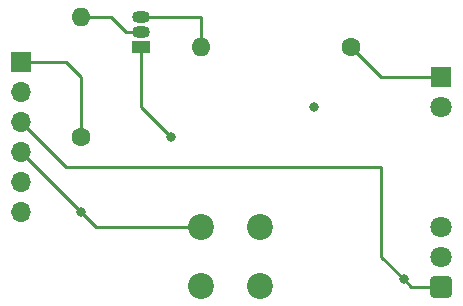
<source format=gtl>
G04 #@! TF.GenerationSoftware,KiCad,Pcbnew,(6.0.1)*
G04 #@! TF.CreationDate,2022-03-21T22:02:58-04:00*
G04 #@! TF.ProjectId,irled,69726c65-642e-46b6-9963-61645f706362,rev?*
G04 #@! TF.SameCoordinates,Original*
G04 #@! TF.FileFunction,Copper,L1,Top*
G04 #@! TF.FilePolarity,Positive*
%FSLAX46Y46*%
G04 Gerber Fmt 4.6, Leading zero omitted, Abs format (unit mm)*
G04 Created by KiCad (PCBNEW (6.0.1)) date 2022-03-21 22:02:58*
%MOMM*%
%LPD*%
G01*
G04 APERTURE LIST*
G04 Aperture macros list*
%AMRoundRect*
0 Rectangle with rounded corners*
0 $1 Rounding radius*
0 $2 $3 $4 $5 $6 $7 $8 $9 X,Y pos of 4 corners*
0 Add a 4 corners polygon primitive as box body*
4,1,4,$2,$3,$4,$5,$6,$7,$8,$9,$2,$3,0*
0 Add four circle primitives for the rounded corners*
1,1,$1+$1,$2,$3*
1,1,$1+$1,$4,$5*
1,1,$1+$1,$6,$7*
1,1,$1+$1,$8,$9*
0 Add four rect primitives between the rounded corners*
20,1,$1+$1,$2,$3,$4,$5,0*
20,1,$1+$1,$4,$5,$6,$7,0*
20,1,$1+$1,$6,$7,$8,$9,0*
20,1,$1+$1,$8,$9,$2,$3,0*%
G04 Aperture macros list end*
G04 #@! TA.AperFunction,ComponentPad*
%ADD10C,2.200000*%
G04 #@! TD*
G04 #@! TA.AperFunction,ComponentPad*
%ADD11RoundRect,0.250200X0.649800X-0.649800X0.649800X0.649800X-0.649800X0.649800X-0.649800X-0.649800X0*%
G04 #@! TD*
G04 #@! TA.AperFunction,ComponentPad*
%ADD12C,1.800000*%
G04 #@! TD*
G04 #@! TA.AperFunction,ComponentPad*
%ADD13C,1.600000*%
G04 #@! TD*
G04 #@! TA.AperFunction,ComponentPad*
%ADD14O,1.600000X1.600000*%
G04 #@! TD*
G04 #@! TA.AperFunction,ComponentPad*
%ADD15R,1.500000X1.050000*%
G04 #@! TD*
G04 #@! TA.AperFunction,ComponentPad*
%ADD16O,1.500000X1.050000*%
G04 #@! TD*
G04 #@! TA.AperFunction,ComponentPad*
%ADD17R,1.700000X1.700000*%
G04 #@! TD*
G04 #@! TA.AperFunction,ComponentPad*
%ADD18O,1.700000X1.700000*%
G04 #@! TD*
G04 #@! TA.AperFunction,ComponentPad*
%ADD19R,1.800000X1.800000*%
G04 #@! TD*
G04 #@! TA.AperFunction,ViaPad*
%ADD20C,0.800000*%
G04 #@! TD*
G04 #@! TA.AperFunction,Conductor*
%ADD21C,0.250000*%
G04 #@! TD*
G04 APERTURE END LIST*
D10*
X152400000Y-96520000D03*
X157400000Y-96520000D03*
X152400000Y-101520000D03*
X157400000Y-101520000D03*
D11*
X172720000Y-101600000D03*
D12*
X172720000Y-99060000D03*
X172720000Y-96520000D03*
D13*
X165100000Y-81280000D03*
D14*
X152400000Y-81280000D03*
D13*
X142240000Y-88900000D03*
D14*
X142240000Y-78740000D03*
D15*
X147320000Y-81280000D03*
D16*
X147320000Y-80010000D03*
X147320000Y-78740000D03*
D17*
X137160000Y-82550000D03*
D18*
X137160000Y-85090000D03*
X137160000Y-87630000D03*
X137160000Y-90170000D03*
X137160000Y-92710000D03*
X137160000Y-95250000D03*
D19*
X172720000Y-83820000D03*
D12*
X172720000Y-86360000D03*
D20*
X161925000Y-86360000D03*
X169545000Y-100965000D03*
X142240000Y-95250000D03*
X149860000Y-88900000D03*
X149860000Y-88900000D03*
D21*
X169545000Y-100965000D02*
X167640000Y-99060000D01*
X142240000Y-95250000D02*
X137160000Y-90170000D01*
X147320000Y-86360000D02*
X147320000Y-81280000D01*
X149860000Y-88900000D02*
X147320000Y-86360000D01*
X143510000Y-96520000D02*
X142240000Y-95250000D01*
X152400000Y-96520000D02*
X143510000Y-96520000D01*
X167640000Y-91440000D02*
X140970000Y-91440000D01*
X140970000Y-91440000D02*
X137160000Y-87630000D01*
X170180000Y-101600000D02*
X169545000Y-100965000D01*
X167640000Y-99060000D02*
X167640000Y-91440000D01*
X172720000Y-101600000D02*
X170180000Y-101600000D01*
X167640000Y-83820000D02*
X165100000Y-81280000D01*
X172720000Y-83820000D02*
X167640000Y-83820000D01*
X146050000Y-80010000D02*
X147320000Y-80010000D01*
X144780000Y-78740000D02*
X146050000Y-80010000D01*
X142240000Y-78740000D02*
X144780000Y-78740000D01*
X152400000Y-78740000D02*
X147320000Y-78740000D01*
X152400000Y-81280000D02*
X152400000Y-78740000D01*
X142240000Y-83820000D02*
X140970000Y-82550000D01*
X142240000Y-88900000D02*
X142240000Y-83820000D01*
X140970000Y-82550000D02*
X137160000Y-82550000D01*
M02*

</source>
